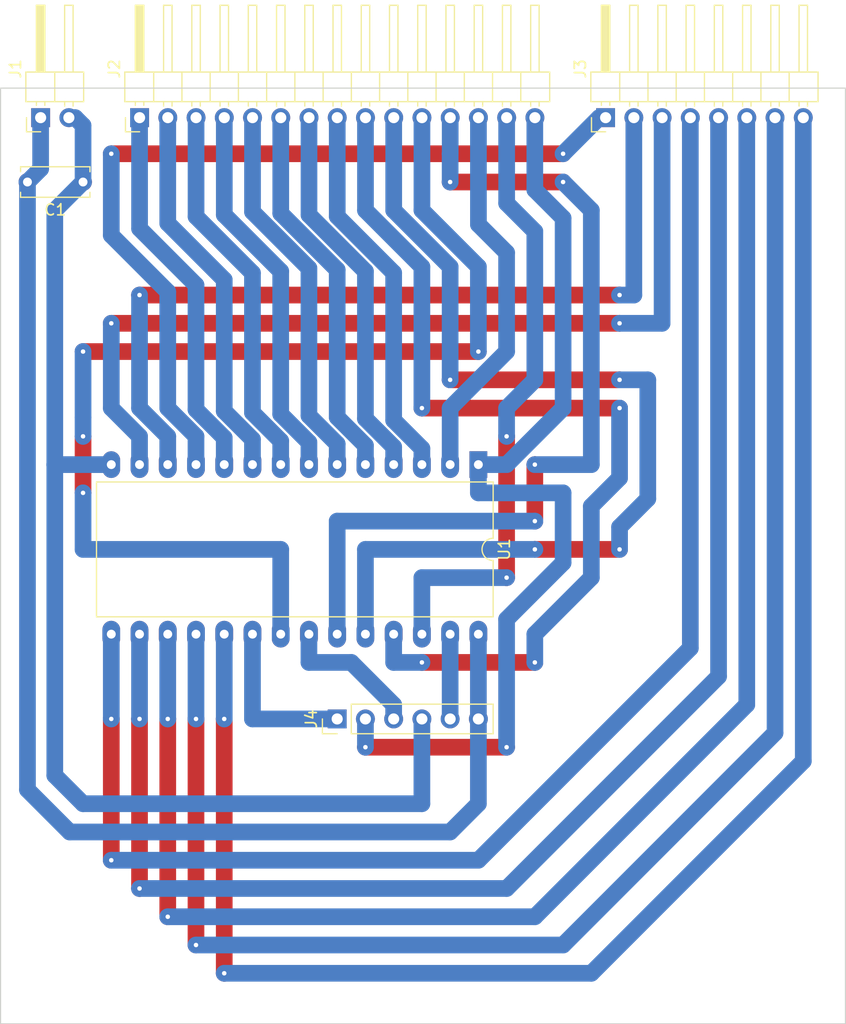
<source format=kicad_pcb>
(kicad_pcb (version 20211014) (generator pcbnew)
  (layers (0 "F.Cu" signal) (31 "B.Cu" signal) (34 "B.Paste" user) (35 "F.Paste" user) (36 "B.SilkS" user "B.Silkscreen") (37 "F.SilkS" user "F.Silkscreen") (38 "B.Mask" user) (39 "F.Mask" user) (44 "Edge.Cuts" user))
  (net 0 "")
  (net 1 "+5V")
  (net 2 "GND")
  (net 3 "/a0")
  (net 4 "/a1")
  (net 5 "/a2")
  (net 6 "/a3")
  (net 7 "/a4")
  (net 8 "/a5")
  (net 9 "/a6")
  (net 10 "/a7")
  (net 11 "/a8")
  (net 12 "/a9")
  (net 13 "/a10")
  (net 14 "/a11")
  (net 15 "/a12")
  (net 16 "/a13")
  (net 17 "/a14")
  (net 18 "/d0")
  (net 19 "/d1")
  (net 20 "/d2")
  (net 21 "/d3")
  (net 22 "/d4")
  (net 23 "/d5")
  (net 24 "/d6")
  (net 25 "/d7")
  (net 26 "Net-(J4-Pad1)")
  (net 27 "Net-(J4-Pad3)")
  (net 28 "Net-(J4-Pad5)")
  (footprint "Capacitor_THT:C_Disc_D6.0mm_W2.5mm_P5.00mm" (layer "F.Cu") (at 25.4 33.02 180)
    (fp_text reference "C1" (at 2.5 -2.5) (layer "F.SilkS"))
    (fp_text value "0.1uF")
    (fp_line (start 5.62 0.925) (end 5.62 1.37) (layer "F.SilkS") (width 0.12))
    (fp_line (start 5.62 -1.37) (end 5.62 -0.925) (layer "F.SilkS") (width 0.12))
    (fp_line (start -0.62 1.37) (end 5.62 1.37) (layer "F.SilkS") (width 0.12))
    (fp_line (start -0.62 -1.37) (end 5.62 -1.37) (layer "F.SilkS") (width 0.12))
    (fp_line (start -0.62 -1.37) (end -0.62 -0.925) (layer "F.SilkS") (width 0.12))
    (fp_line (start -0.62 0.925) (end -0.62 1.37) (layer "F.SilkS") (width 0.12))
    (pad "1" thru_hole circle locked (at 0 0 180) (size 1.6 1.6) (drill 0.8) (layers *.Cu *.Mask) (net 2 "GND"))
    (pad "2" thru_hole circle locked (at 5 0 180) (size 1.6 1.6) (drill 0.8) (layers *.Cu *.Mask) (net 1 "+5V"))
  )
  (footprint "Connector_PinHeader_2.54mm:PinHeader_1x15_P2.54mm_Horizontal" (layer "F.Cu") (at 30.485 27.235 90)
    (fp_text reference "J2" (at 4.385 -2.27 90) (layer "F.SilkS"))
    (fp_text value "Conn_01x15")
    (fp_line (start 10.1 17.4) (end 10.1 18.16) (layer "F.SilkS") (width 0.12))
    (fp_line (start 10.1 8) (end 4.1 8) (layer "F.SilkS") (width 0.12))
    (fp_line (start 1.042929 12.32) (end 1.44 12.32) (layer "F.SilkS") (width 0.12))
    (fp_line (start 10.1 12.32) (end 10.1 13.08) (layer "F.SilkS") (width 0.12))
    (fp_line (start 1.44 11.43) (end 4.1 11.43) (layer "F.SilkS") (width 0.12))
    (fp_line (start 10.1 -0.38) (end 10.1 0.38) (layer "F.SilkS") (width 0.12))
    (fp_line (start 4.1 -0.08) (end 10.1 -0.08) (layer "F.SilkS") (width 0.12))
    (fp_line (start 1.042929 19.94) (end 1.44 19.94) (layer "F.SilkS") (width 0.12))
    (fp_line (start 4.1 -0.38) (end 10.1 -0.38) (layer "F.SilkS") (width 0.12))
    (fp_line (start 1.042929 23.24) (end 1.44 23.24) (layer "F.SilkS") (width 0.12))
    (fp_line (start 1.44 36.89) (end 4.1 36.89) (layer "F.SilkS") (width 0.12))
    (fp_line (start 1.042929 30.1) (end 1.44 30.1) (layer "F.SilkS") (width 0.12))
    (fp_line (start 4.1 9.78) (end 10.1 9.78) (layer "F.SilkS") (width 0.12))
    (fp_line (start -1.27 -1.27) (end 0 -1.27) (layer "F.SilkS") (width 0.12))
    (fp_line (start 1.44 8.89) (end 4.1 8.89) (layer "F.SilkS") (width 0.12))
    (fp_line (start 10.1 23.24) (end 4.1 23.24) (layer "F.SilkS") (width 0.12))
    (fp_line (start 10.1 27.56) (end 10.1 28.32) (layer "F.SilkS") (width 0.12))
    (fp_line (start 1.44 -1.33) (end 1.44 36.89) (layer "F.SilkS") (width 0.12))
    (fp_line (start 1.042929 35.94) (end 1.44 35.94) (layer "F.SilkS") (width 0.12))
    (fp_line (start 10.1 13.08) (end 4.1 13.08) (layer "F.SilkS") (width 0.12))
    (fp_line (start 1.042929 15.62) (end 1.44 15.62) (layer "F.SilkS") (width 0.12))
    (fp_line (start 10.1 20.7) (end 4.1 20.7) (layer "F.SilkS") (width 0.12))
    (fp_line (start 1.44 26.67) (end 4.1 26.67) (layer "F.SilkS") (width 0.12))
    (fp_line (start 1.44 3.81) (end 4.1 3.81) (layer "F.SilkS") (width 0.12))
    (fp_line (start 1.44 34.29) (end 4.1 34.29) (layer "F.SilkS") (width 0.12))
    (fp_line (start 10.1 10.54) (end 4.1 10.54) (layer "F.SilkS") (width 0.12))
    (fp_line (start 4.1 19.94) (end 10.1 19.94) (layer "F.SilkS") (width 0.12))
    (fp_line (start 10.1 30.86) (end 4.1 30.86) (layer "F.SilkS") (width 0.12))
    (fp_line (start 10.1 18.16) (end 4.1 18.16) (layer "F.SilkS") (width 0.12))
    (fp_line (start 1.042929 18.16) (end 1.44 18.16) (layer "F.SilkS") (width 0.12))
    (fp_line (start 4.1 0.16) (end 10.1 0.16) (layer "F.SilkS") (width 0.12))
    (fp_line (start 4.1 0.28) (end 10.1 0.28) (layer "F.SilkS") (width 0.12))
    (fp_line (start 4.1 12.32) (end 10.1 12.32) (layer "F.SilkS") (width 0.12))
    (fp_line (start 1.042929 32.64) (end 1.44 32.64) (layer "F.SilkS") (width 0.12))
    (fp_line (start 1.042929 25.78) (end 1.44 25.78) (layer "F.SilkS") (width 0.12))
    (fp_line (start 1.44 31.75) (end 4.1 31.75) (layer "F.SilkS") (width 0.12))
    (fp_line (start 10.1 15.62) (end 4.1 15.62) (layer "F.SilkS") (width 0.12))
    (fp_line (start 1.042929 28.32) (end 1.44 28.32) (layer "F.SilkS") (width 0.12))
    (fp_line (start 1.44 19.05) (end 4.1 19.05) (layer "F.SilkS") (width 0.12))
    (fp_line (start 4.1 32.64) (end 10.1 32.64) (layer "F.SilkS") (width 0.12))
    (fp_line (start 1.042929 8) (end 1.44 8) (layer "F.SilkS") (width 0.12))
    (fp_line (start 4.1 4.7) (end 10.1 4.7) (layer "F.SilkS") (width 0.12))
    (fp_line (start 4.1 27.56) (end 10.1 27.56) (layer "F.SilkS") (width 0.12))
    (fp_line (start 1.042929 2.92) (end 1.44 2.92) (layer "F.SilkS") (width 0.12))
    (fp_line (start 10.1 0.38) (end 4.1 0.38) (layer "F.SilkS") (width 0.12))
    (fp_line (start 1.042929 2.16) (end 1.44 2.16) (layer "F.SilkS") (width 0.12))
    (fp_line (start 4.1 35.18) (end 10.1 35.18) (layer "F.SilkS") (width 0.12))
    (fp_line (start 10.1 33.4) (end 4.1 33.4) (layer "F.SilkS") (width 0.12))
    (fp_line (start 1.042929 30.86) (end 1.44 30.86) (layer "F.SilkS") (width 0.12))
    (fp_line (start 4.1 -1.33) (end 1.44 -1.33) (layer "F.SilkS") (width 0.12))
    (fp_line (start 10.1 32.64) (end 10.1 33.4) (layer "F.SilkS") (width 0.12))
    (fp_line (start 10.1 30.1) (end 10.1 30.86) (layer "F.SilkS") (width 0.12))
    (fp_line (start 1.44 1.27) (end 4.1 1.27) (layer "F.SilkS") (width 0.12))
    (fp_line (start 1.042929 9.78) (end 1.44 9.78) (layer "F.SilkS") (width 0.12))
    (fp_line (start 4.1 14.86) (end 10.1 14.86) (layer "F.SilkS") (width 0.12))
    (fp_line (start 1.44 24.13) (end 4.1 24.13) (layer "F.SilkS") (width 0.12))
    (fp_line (start 10.1 35.18) (end 10.1 35.94) (layer "F.SilkS") (width 0.12))
    (fp_line (start 4.1 2.16) (end 10.1 2.16) (layer "F.SilkS") (width 0.12))
    (fp_line (start 1.042929 14.86) (end 1.44 14.86) (layer "F.SilkS") (width 0.12))
    (fp_line (start 10.1 25.78) (end 4.1 25.78) (layer "F.SilkS") (width 0.12))
    (fp_line (start 1.042929 17.4) (end 1.44 17.4) (layer "F.SilkS") (width 0.12))
    (fp_line (start 1.44 29.21) (end 4.1 29.21) (layer "F.SilkS") (width 0.12))
    (fp_line (start 4.1 -0.32) (end 10.1 -0.32) (layer "F.SilkS") (width 0.12))
    (fp_line (start 1.11 0.38) (end 1.44 0.38) (layer "F.SilkS") (width 0.12))
    (fp_line (start 10.1 2.16) (end 10.1 2.92) (layer "F.SilkS") (width 0.12))
    (fp_line (start 4.1 7.24) (end 10.1 7.24) (layer "F.SilkS") (width 0.12))
    (fp_line (start 4.1 30.1) (end 10.1 30.1) (layer "F.SilkS") (width 0.12))
    (fp_line (start 10.1 28.32) (end 4.1 28.32) (layer "F.SilkS") (width 0.12))
    (fp_line (start 4.1 17.4) (end 10.1 17.4) (layer "F.SilkS") (width 0.12))
    (fp_line (start 10.1 22.48) (end 10.1 23.24) (layer "F.SilkS") (width 0.12))
    (fp_line (start 4.1 -0.2) (end 10.1 -0.2) (layer "F.SilkS") (width 0.12))
    (fp_line (start 10.1 2.92) (end 4.1 2.92) (layer "F.SilkS") (width 0.12))
    (fp_line (start 10.1 4.7) (end 10.1 5.46) (layer "F.SilkS") (width 0.12))
    (fp_line (start 1.042929 4.7) (end 1.44 4.7) (layer "F.SilkS") (width 0.12))
    (fp_line (start 1.042929 10.54) (end 1.44 10.54) (layer "F.SilkS") (width 0.12))
    (fp_line (start 1.44 13.97) (end 4.1 13.97) (layer "F.SilkS") (width 0.12))
    (fp_line (start 1.11 -0.38) (end 1.44 -0.38) (layer "F.SilkS") (width 0.12))
    (fp_line (start 1.042929 27.56) (end 1.44 27.56) (layer "F.SilkS") (width 0.12))
    (fp_line (start 1.042929 33.4) (end 1.44 33.4) (layer "F.SilkS") (width 0.12))
    (fp_line (start 1.042929 13.08) (end 1.44 13.08) (layer "F.SilkS") (width 0.12))
    (fp_line (start 10.1 9.78) (end 10.1 10.54) (layer "F.SilkS") (width 0.12))
    (fp_line (start 4.1 22.48) (end 10.1 22.48) (layer "F.SilkS") (width 0.12))
    (fp_line (start 1.042929 35.18) (end 1.44 35.18) (layer "F.SilkS") (width 0.12))
    (fp_line (start 1.44 21.59) (end 4.1 21.59) (layer "F.SilkS") (width 0.12))
    (fp_line (start 10.1 7.24) (end 10.1 8) (layer "F.SilkS") (width 0.12))
    (fp_line (start 10.1 5.46) (end 4.1 5.46) (layer "F.SilkS") (width 0.12))
    (fp_line (start 1.042929 25.02) (end 1.44 25.02) (layer "F.SilkS") (width 0.12))
    (fp_line (start 10.1 14.86) (end 10.1 15.62) (layer "F.SilkS") (width 0.12))
    (fp_line (start 1.44 6.35) (end 4.1 6.35) (layer "F.SilkS") (width 0.12))
    (fp_line (start 1.042929 20.7) (end 1.44 20.7) (layer "F.SilkS") (width 0.12))
    (fp_line (start -1.27 0) (end -1.27 -1.27) (layer "F.SilkS") (width 0.12))
    (fp_line (start 4.1 36.89) (end 4.1 -1.33) (layer "F.SilkS") (width 0.12))
    (fp_line (start 10.1 35.94) (end 4.1 35.94) (layer "F.SilkS") (width 0.12))
    (fp_line (start 1.042929 22.48) (end 1.44 22.48) (layer "F.SilkS") (width 0.12))
    (fp_line (start 10.1 19.94) (end 10.1 20.7) (layer "F.SilkS") (width 0.12))
    (fp_line (start 10.1 25.02) (end 10.1 25.78) (layer "F.SilkS") (width 0.12))
    (fp_line (start 1.042929 5.46) (end 1.44 5.46) (layer "F.SilkS") (width 0.12))
    (fp_line (start 4.1 25.02) (end 10.1 25.02) (layer "F.SilkS") (width 0.12))
    (fp_line (start 1.042929 7.24) (end 1.44 7.24) (layer "F.SilkS") (width 0.12))
    (fp_line (start 1.44 16.51) (end 4.1 16.51) (layer "F.SilkS") (width 0.12))
    (fp_line (start 4.1 0.04) (end 10.1 0.04) (layer "F.SilkS") (width 0.12))
    (pad "1" thru_hole rect locked (at 0 0 90) (size 1.7 1.7) (drill 1) (layers *.Cu *.Mask) (net 3 "/a0"))
    (pad "2" thru_hole oval locked (at 0 2.54 90) (size 1.7 1.7) (drill 1) (layers *.Cu *.Mask) (net 4 "/a1"))
    (pad "3" thru_hole oval locked (at 0 5.08 90) (size 1.7 1.7) (drill 1) (layers *.Cu *.Mask) (net 5 "/a2"))
    (pad "4" thru_hole oval locked (at 0 7.62 90) (size 1.7 1.7) (drill 1) (layers *.Cu *.Mask) (net 6 "/a3"))
    (pad "5" thru_hole oval locked (at 0 10.16 90) (size 1.7 1.7) (drill 1) (layers *.Cu *.Mask) (net 7 "/a4"))
    (pad "6" thru_hole oval locked (at 0 12.7 90) (size 1.7 1.7) (drill 1) (layers *.Cu *.Mask) (net 8 "/a5"))
    (pad "7" thru_hole oval locked (at 0 15.24 90) (size 1.7 1.7) (drill 1) (layers *.Cu *.Mask) (net 9 "/a6"))
    (pad "8" thru_hole oval locked (at 0 17.78 90) (size 1.7 1.7) (drill 1) (layers *.Cu *.Mask) (net 10 "/a7"))
    (pad "9" thru_hole oval locked (at 0 20.32 90) (size 1.7 1.7) (drill 1) (layers *.Cu *.Mask) (net 11 "/a8"))
    (pad "10" thru_hole oval locked (at 0 22.86 90) (size 1.7 1.7) (drill 1) (layers *.Cu *.Mask) (net 12 "/a9"))
    (pad "11" thru_hole oval locked (at 0 25.4 90) (size 1.7 1.7) (drill 1) (layers *.Cu *.Mask) (net 13 "/a10"))
    (pad "12" thru_hole oval locked (at 0 27.94 90) (size 1.7 1.7) (drill 1) (layers *.Cu *.Mask) (net 14 "/a11"))
    (pad "13" thru_hole oval locked (at 0 30.48 90) (size 1.7 1.7) (drill 1) (layers *.Cu *.Mask) (net 15 "/a12"))
    (pad "14" thru_hole oval locked (at 0 33.02 90) (size 1.7 1.7) (drill 1) (layers *.Cu *.Mask) (net 16 "/a13"))
    (pad "15" thru_hole oval locked (at 0 35.56 90) (size 1.7 1.7) (drill 1) (layers *.Cu *.Mask) (net 17 "/a14"))
  )
  (footprint "Connector_PinHeader_2.54mm:PinHeader_1x02_P2.54mm_Horizontal" (layer "F.Cu") (at 21.585 27.235 90)
    (fp_text reference "J1" (at 4.385 -2.27 90) (layer "F.SilkS"))
    (fp_text value "Conn_01x02")
    (fp_line (start 4.1 -0.08) (end 10.1 -0.08) (layer "F.SilkS") (width 0.12))
    (fp_line (start 1.44 1.27) (end 4.1 1.27) (layer "F.SilkS") (width 0.12))
    (fp_line (start 4.1 -0.38) (end 10.1 -0.38) (layer "F.SilkS") (width 0.12))
    (fp_line (start 1.042929 2.16) (end 1.44 2.16) (layer "F.SilkS") (width 0.12))
    (fp_line (start -1.27 0) (end -1.27 -1.27) (layer "F.SilkS") (width 0.12))
    (fp_line (start -1.27 -1.27) (end 0 -1.27) (layer "F.SilkS") (width 0.12))
    (fp_line (start 4.1 0.16) (end 10.1 0.16) (layer "F.SilkS") (width 0.12))
    (fp_line (start 4.1 -0.2) (end 10.1 -0.2) (layer "F.SilkS") (width 0.12))
    (fp_line (start 1.44 3.87) (end 4.1 3.87) (layer "F.SilkS") (width 0.12))
    (fp_line (start 4.1 -1.33) (end 1.44 -1.33) (layer "F.SilkS") (width 0.12))
    (fp_line (start 1.11 0.38) (end 1.44 0.38) (layer "F.SilkS") (width 0.12))
    (fp_line (start 4.1 -0.32) (end 10.1 -0.32) (layer "F.SilkS") (width 0.12))
    (fp_line (start 10.1 2.16) (end 10.1 2.92) (layer "F.SilkS") (width 0.12))
    (fp_line (start 4.1 0.04) (end 10.1 0.04) (layer "F.SilkS") (width 0.12))
    (fp_line (start 4.1 2.16) (end 10.1 2.16) (layer "F.SilkS") (width 0.12))
    (fp_line (start 10.1 -0.38) (end 10.1 0.38) (layer "F.SilkS") (width 0.12))
    (fp_line (start 1.042929 2.92) (end 1.44 2.92) (layer "F.SilkS") (width 0.12))
    (fp_line (start 10.1 2.92) (end 4.1 2.92) (layer "F.SilkS") (width 0.12))
    (fp_line (start 4.1 0.28) (end 10.1 0.28) (layer "F.SilkS") (width 0.12))
    (fp_line (start 10.1 0.38) (end 4.1 0.38) (layer "F.SilkS") (width 0.12))
    (fp_line (start 1.44 -1.33) (end 1.44 3.87) (layer "F.SilkS") (width 0.12))
    (fp_line (start 4.1 3.87) (end 4.1 -1.33) (layer "F.SilkS") (width 0.12))
    (fp_line (start 1.11 -0.38) (end 1.44 -0.38) (layer "F.SilkS") (width 0.12))
    (pad "1" thru_hole rect locked (at 0 0 90) (size 1.7 1.7) (drill 1) (layers *.Cu *.Mask) (net 1 "+5V"))
    (pad "2" thru_hole oval locked (at 0 2.54 90) (size 1.7 1.7) (drill 1) (layers *.Cu *.Mask) (net 2 "GND"))
  )
  (footprint "Package_DIP:DIP-28_W15.24mm_LongPads" (layer "F.Cu") (at 60.96 58.42 -90)
    (fp_text reference "U1" (at 7.62 -2.33 90) (layer "F.SilkS"))
    (fp_text value "28C256")
    (fp_line (start 6.62 -1.33) (end 1.56 -1.33) (layer "F.SilkS") (width 0.12))
    (fp_line (start 1.56 -1.33) (end 1.56 34.35) (layer "F.SilkS") (width 0.12))
    (fp_line (start 13.68 -1.33) (end 8.62 -1.33) (layer "F.SilkS") (width 0.12))
    (fp_line (start 13.68 34.35) (end 13.68 -1.33) (layer "F.SilkS") (width 0.12))
    (fp_line (start 1.56 34.35) (end 13.68 34.35) (layer "F.SilkS") (width 0.12))
    (fp_arc (start 8.62 -1.33) (mid 7.62 -0.33) (end 6.62 -1.33) (layer "F.SilkS") (width 0.12))
    (pad "1" thru_hole rect locked (at 0 0 270) (size 2.4 1.6) (drill 0.8) (layers *.Cu *.Mask) (net 17 "/a14"))
    (pad "2" thru_hole oval locked (at 0 2.54 270) (size 2.4 1.6) (drill 0.8) (layers *.Cu *.Mask) (net 15 "/a12"))
    (pad "3" thru_hole oval locked (at 0 5.08 270) (size 2.4 1.6) (drill 0.8) (layers *.Cu *.Mask) (net 10 "/a7"))
    (pad "4" thru_hole oval locked (at 0 7.62 270) (size 2.4 1.6) (drill 0.8) (layers *.Cu *.Mask) (net 9 "/a6"))
    (pad "5" thru_hole oval locked (at 0 10.16 270) (size 2.4 1.6) (drill 0.8) (layers *.Cu *.Mask) (net 8 "/a5"))
    (pad "6" thru_hole oval locked (at 0 12.7 270) (size 2.4 1.6) (drill 0.8) (layers *.Cu *.Mask) (net 7 "/a4"))
    (pad "7" thru_hole oval locked (at 0 15.24 270) (size 2.4 1.6) (drill 0.8) (layers *.Cu *.Mask) (net 6 "/a3"))
    (pad "8" thru_hole oval locked (at 0 17.78 270) (size 2.4 1.6) (drill 0.8) (layers *.Cu *.Mask) (net 5 "/a2"))
    (pad "9" thru_hole oval locked (at 0 20.32 270) (size 2.4 1.6) (drill 0.8) (layers *.Cu *.Mask) (net 4 "/a1"))
    (pad "10" thru_hole oval locked (at 0 22.86 270) (size 2.4 1.6) (drill 0.8) (layers *.Cu *.Mask) (net 3 "/a0"))
    (pad "11" thru_hole oval locked (at 0 25.4 270) (size 2.4 1.6) (drill 0.8) (layers *.Cu *.Mask) (net 18 "/d0"))
    (pad "12" thru_hole oval locked (at 0 27.94 270) (size 2.4 1.6) (drill 0.8) (layers *.Cu *.Mask) (net 19 "/d1"))
    (pad "13" thru_hole oval locked (at 0 30.48 270) (size 2.4 1.6) (drill 0.8) (layers *.Cu *.Mask) (net 20 "/d2"))
    (pad "14" thru_hole oval locked (at 0 33.02 270) (size 2.4 1.6) (drill 0.8) (layers *.Cu *.Mask) (net 2 "GND"))
    (pad "15" thru_hole oval locked (at 15.24 33.02 270) (size 2.4 1.6) (drill 0.8) (layers *.Cu *.Mask) (net 21 "/d3"))
    (pad "16" thru_hole oval locked (at 15.24 30.48 270) (size 2.4 1.6) (drill 0.8) (layers *.Cu *.Mask) (net 22 "/d4"))
    (pad "17" thru_hole oval locked (at 15.24 27.94 270) (size 2.4 1.6) (drill 0.8) (layers *.Cu *.Mask) (net 23 "/d5"))
    (pad "18" thru_hole oval locked (at 15.24 25.4 270) (size 2.4 1.6) (drill 0.8) (layers *.Cu *.Mask) (net 24 "/d6"))
    (pad "19" thru_hole oval locked (at 15.24 22.86 270) (size 2.4 1.6) (drill 0.8) (layers *.Cu *.Mask) (net 25 "/d7"))
    (pad "20" thru_hole oval locked (at 15.24 20.32 270) (size 2.4 1.6) (drill 0.8) (layers *.Cu *.Mask) (net 26 "Net-(J4-Pad1)"))
    (pad "21" thru_hole oval locked (at 15.24 17.78 270) (size 2.4 1.6) (drill 0.8) (layers *.Cu *.Mask) (net 13 "/a10"))
    (pad "22" thru_hole oval locked (at 15.24 15.24 270) (size 2.4 1.6) (drill 0.8) (layers *.Cu *.Mask) (net 27 "Net-(J4-Pad3)"))
    (pad "23" thru_hole oval locked (at 15.24 12.7 270) (size 2.4 1.6) (drill 0.8) (layers *.Cu *.Mask) (net 14 "/a11"))
    (pad "24" thru_hole oval locked (at 15.24 10.16 270) (size 2.4 1.6) (drill 0.8) (layers *.Cu *.Mask) (net 12 "/a9"))
    (pad "25" thru_hole oval locked (at 15.24 7.62 270) (size 2.4 1.6) (drill 0.8) (layers *.Cu *.Mask) (net 11 "/a8"))
    (pad "26" thru_hole oval locked (at 15.24 5.08 270) (size 2.4 1.6) (drill 0.8) (layers *.Cu *.Mask) (net 16 "/a13"))
    (pad "27" thru_hole oval locked (at 15.24 2.54 270) (size 2.4 1.6) (drill 0.8) (layers *.Cu *.Mask) (net 28 "Net-(J4-Pad5)"))
    (pad "28" thru_hole oval locked (at 15.24 0 270) (size 2.4 1.6) (drill 0.8) (layers *.Cu *.Mask) (net 1 "+5V"))
  )
  (footprint "Connector_PinHeader_2.54mm:PinHeader_1x08_P2.54mm_Horizontal" (layer "F.Cu") (at 72.405 27.235 90)
    (fp_text reference "J3" (at 4.385 -2.27 90) (layer "F.SilkS"))
    (fp_text value "Conn_01x08")
    (fp_line (start 10.1 18.16) (end 4.1 18.16) (layer "F.SilkS") (width 0.12))
    (fp_line (start 1.44 13.97) (end 4.1 13.97) (layer "F.SilkS") (width 0.12))
    (fp_line (start 10.1 12.32) (end 10.1 13.08) (layer "F.SilkS") (width 0.12))
    (fp_line (start 1.042929 17.4) (end 1.44 17.4) (layer "F.SilkS") (width 0.12))
    (fp_line (start 1.042929 2.92) (end 1.44 2.92) (layer "F.SilkS") (width 0.12))
    (fp_line (start 10.1 2.92) (end 4.1 2.92) (layer "F.SilkS") (width 0.12))
    (fp_line (start 4.1 17.4) (end 10.1 17.4) (layer "F.SilkS") (width 0.12))
    (fp_line (start 4.1 9.78) (end 10.1 9.78) (layer "F.SilkS") (width 0.12))
    (fp_line (start 1.44 19.11) (end 4.1 19.11) (layer "F.SilkS") (width 0.12))
    (fp_line (start 4.1 0.04) (end 10.1 0.04) (layer "F.SilkS") (width 0.12))
    (fp_line (start 10.1 4.7) (end 10.1 5.46) (layer "F.SilkS") (width 0.12))
    (fp_line (start 1.042929 5.46) (end 1.44 5.46) (layer "F.SilkS") (width 0.12))
    (fp_line (start 4.1 12.32) (end 10.1 12.32) (layer "F.SilkS") (width 0.12))
    (fp_line (start 10.1 13.08) (end 4.1 13.08) (layer "F.SilkS") (width 0.12))
    (fp_line (start 10.1 -0.38) (end 10.1 0.38) (layer "F.SilkS") (width 0.12))
    (fp_line (start 10.1 10.54) (end 4.1 10.54) (layer "F.SilkS") (width 0.12))
    (fp_line (start 10.1 0.38) (end 4.1 0.38) (layer "F.SilkS") (width 0.12))
    (fp_line (start -1.27 0) (end -1.27 -1.27) (layer "F.SilkS") (width 0.12))
    (fp_line (start 10.1 5.46) (end 4.1 5.46) (layer "F.SilkS") (width 0.12))
    (fp_line (start 10.1 15.62) (end 4.1 15.62) (layer "F.SilkS") (width 0.12))
    (fp_line (start 4.1 -0.2) (end 10.1 -0.2) (layer "F.SilkS") (width 0.12))
    (fp_line (start 10.1 8) (end 4.1 8) (layer "F.SilkS") (width 0.12))
    (fp_line (start 1.042929 9.78) (end 1.44 9.78) (layer "F.SilkS") (width 0.12))
    (fp_line (start 1.44 8.89) (end 4.1 8.89) (layer "F.SilkS") (width 0.12))
    (fp_line (start 1.042929 13.08) (end 1.44 13.08) (layer "F.SilkS") (width 0.12))
    (fp_line (start 10.1 14.86) (end 10.1 15.62) (layer "F.SilkS") (width 0.12))
    (fp_line (start 4.1 4.7) (end 10.1 4.7) (layer "F.SilkS") (width 0.12))
    (fp_line (start 4.1 0.16) (end 10.1 0.16) (layer "F.SilkS") (width 0.12))
    (fp_line (start 1.042929 8) (end 1.44 8) (layer "F.SilkS") (width 0.12))
    (fp_line (start 1.44 11.43) (end 4.1 11.43) (layer "F.SilkS") (width 0.12))
    (fp_line (start 1.44 -1.33) (end 1.44 19.11) (layer "F.SilkS") (width 0.12))
    (fp_line (start 4.1 -1.33) (end 1.44 -1.33) (layer "F.SilkS") (width 0.12))
    (fp_line (start 1.44 3.81) (end 4.1 3.81) (layer "F.SilkS") (width 0.12))
    (fp_line (start 4.1 -0.38) (end 10.1 -0.38) (layer "F.SilkS") (width 0.12))
    (fp_line (start 4.1 -0.32) (end 10.1 -0.32) (layer "F.SilkS") (width 0.12))
    (fp_line (start 1.44 6.35) (end 4.1 6.35) (layer "F.SilkS") (width 0.12))
    (fp_line (start 4.1 19.11) (end 4.1 -1.33) (layer "F.SilkS") (width 0.12))
    (fp_line (start 1.042929 4.7) (end 1.44 4.7) (layer "F.SilkS") (width 0.12))
    (fp_line (start 1.042929 2.16) (end 1.44 2.16) (layer "F.SilkS") (width 0.12))
    (fp_line (start 10.1 9.78) (end 10.1 10.54) (layer "F.SilkS") (width 0.12))
    (fp_line (start 1.042929 14.86) (end 1.44 14.86) (layer "F.SilkS") (width 0.12))
    (fp_line (start 10.1 7.24) (end 10.1 8) (layer "F.SilkS") (width 0.12))
    (fp_line (start 1.042929 12.32) (end 1.44 12.32) (layer "F.SilkS") (width 0.12))
    (fp_line (start 1.11 0.38) (end 1.44 0.38) (layer "F.SilkS") (width 0.12))
    (fp_line (start 10.1 17.4) (end 10.1 18.16) (layer "F.SilkS") (width 0.12))
    (fp_line (start 4.1 2.16) (end 10.1 2.16) (layer "F.SilkS") (width 0.12))
    (fp_line (start 4.1 0.28) (end 10.1 0.28) (layer "F.SilkS") (width 0.12))
    (fp_line (start 4.1 7.24) (end 10.1 7.24) (layer "F.SilkS") (width 0.12))
    (fp_line (start 1.042929 18.16) (end 1.44 18.16) (layer "F.SilkS") (width 0.12))
    (fp_line (start 1.042929 7.24) (end 1.44 7.24) (layer "F.SilkS") (width 0.12))
    (fp_line (start 4.1 -0.08) (end 10.1 -0.08) (layer "F.SilkS") (width 0.12))
    (fp_line (start 1.042929 10.54) (end 1.44 10.54) (layer "F.SilkS") (width 0.12))
    (fp_line (start -1.27 -1.27) (end 0 -1.27) (layer "F.SilkS") (width 0.12))
    (fp_line (start 1.11 -0.38) (end 1.44 -0.38) (layer "F.SilkS") (width 0.12))
    (fp_line (start 4.1 14.86) (end 10.1 14.86) (layer "F.SilkS") (width 0.12))
    (fp_line (start 1.44 16.51) (end 4.1 16.51) (layer "F.SilkS") (width 0.12))
    (fp_line (start 1.042929 15.62) (end 1.44 15.62) (layer "F.SilkS") (width 0.12))
    (fp_line (start 10.1 2.16) (end 10.1 2.92) (layer "F.SilkS") (width 0.12))
    (fp_line (start 1.44 1.27) (end 4.1 1.27) (layer "F.SilkS") (width 0.12))
    (pad "1" thru_hole rect locked (at 0 0 90) (size 1.7 1.7) (drill 1) (layers *.Cu *.Mask) (net 18 "/d0"))
    (pad "2" thru_hole oval locked (at 0 2.54 90) (size 1.7 1.7) (drill 1) (layers *.Cu *.Mask) (net 19 "/d1"))
    (pad "3" thru_hole oval locked (at 0 5.08 90) (size 1.7 1.7) (drill 1) (layers *.Cu *.Mask) (net 20 "/d2"))
    (pad "4" thru_hole oval locked (at 0 7.62 90) (size 1.7 1.7) (drill 1) (layers *.Cu *.Mask) (net 21 "/d3"))
    (pad "5" thru_hole oval locked (at 0 10.16 90) (size 1.7 1.7) (drill 1) (layers *.Cu *.Mask) (net 22 "/d4"))
    (pad "6" thru_hole oval locked (at 0 12.7 90) (size 1.7 1.7) (drill 1) (layers *.Cu *.Mask) (net 23 "/d5"))
    (pad "7" thru_hole oval locked (at 0 15.24 90) (size 1.7 1.7) (drill 1) (layers *.Cu *.Mask) (net 24 "/d6"))
    (pad "8" thru_hole oval locked (at 0 17.78 90) (size 1.7 1.7) (drill 1) (layers *.Cu *.Mask) (net 25 "/d7"))
  )
  (footprint "Connector_PinHeader_2.54mm:PinHeader_1x06_P2.54mm_Vertical" (layer "F.Cu") (at 48.26 81.28 90)
    (fp_text reference "J4" (at 0 -2.33 90) (layer "F.SilkS"))
    (fp_text value "Conn_01x06")
    (fp_line (start -1.33 -1.33) (end 0 -1.33) (layer "F.SilkS") (width 0.12))
    (fp_line (start -1.33 1.27) (end -1.33 14.03) (layer "F.SilkS") (width 0.12))
    (fp_line (start 1.33 1.27) (end 1.33 14.03) (layer "F.SilkS") (width 0.12))
    (fp_line (start -1.33 0) (end -1.33 -1.33) (layer "F.SilkS") (width 0.12))
    (fp_line (start -1.33 1.27) (end 1.33 1.27) (layer "F.SilkS") (width 0.12))
    (fp_line (start -1.33 14.03) (end 1.33 14.03) (layer "F.SilkS") (width 0.12))
    (pad "1" thru_hole rect locked (at 0 0 90) (size 1.7 1.7) (drill 1) (layers *.Cu *.Mask) (net 26 "Net-(J4-Pad1)"))
    (pad "2" thru_hole oval locked (at 0 2.54 90) (size 1.7 1.7) (drill 1) (layers *.Cu *.Mask) (net 17 "/a14"))
    (pad "3" thru_hole oval locked (at 0 5.08 90) (size 1.7 1.7) (drill 1) (layers *.Cu *.Mask) (net 27 "Net-(J4-Pad3)"))
    (pad "4" thru_hole oval locked (at 0 7.62 90) (size 1.7 1.7) (drill 1) (layers *.Cu *.Mask) (net 2 "GND"))
    (pad "5" thru_hole oval locked (at 0 10.16 90) (size 1.7 1.7) (drill 1) (layers *.Cu *.Mask) (net 28 "Net-(J4-Pad5)"))
    (pad "6" thru_hole oval locked (at 0 12.7 90) (size 1.7 1.7) (drill 1) (layers *.Cu *.Mask) (net 1 "+5V"))
  )
  (gr_rect (start 17.98 24.58) (end 93.98 108.68) (layer "Edge.Cuts") (width 0.1) (fill none))
  (segment (start 60.96 81.28) (end 60.96 73.66) (width 1.5) (layer "B.Cu") (net 1))
  (segment (start 21.585 31.835) (end 20.4 33.02) (width 1.5) (layer "B.Cu") (net 1))
  (segment (start 60.96 83.82) (end 60.96 81.28) (width 1.5) (layer "B.Cu") (net 1))
  (segment (start 58.42 91.44) (end 24.198258 91.44) (width 1.5) (layer "B.Cu") (net 1))
  (segment (start 21.585 27.235) (end 21.585 31.835) (width 1.5) (layer "B.Cu") (net 1))
  (segment (start 60.96 88.9) (end 58.42 91.44) (width 1.5) (layer "B.Cu") (net 1))
  (segment (start 20.4 87.641742) (end 20.4 33.02) (width 1.5) (layer "B.Cu") (net 1))
  (segment (start 24.198258 91.44) (end 20.4 87.641742) (width 1.5) (layer "B.Cu") (net 1))
  (segment (start 60.96 88.9) (end 60.96 83.82) (width 1.5) (layer "B.Cu") (net 1))
  (segment (start 24.125 27.235) (end 24.695 27.235) (width 1.5) (layer "B.Cu") (net 2))
  (segment (start 27.94 58.42) (end 22.86 58.42) (width 1.5) (layer "B.Cu") (net 2))
  (segment (start 24.695 27.235) (end 25.4 27.94) (width 1.5) (layer "B.Cu") (net 2))
  (segment (start 55.88 88.9) (end 55.88 81.28) (width 1.5) (layer "B.Cu") (net 2))
  (segment (start 22.86 86.36) (end 25.4 88.9) (width 1.5) (layer "B.Cu") (net 2))
  (segment (start 22.86 58.42) (end 22.86 86.36) (width 1.5) (layer "B.Cu") (net 2))
  (segment (start 25.4 33.02) (end 22.86 35.56) (width 1.5) (layer "B.Cu") (net 2))
  (segment (start 25.4 27.94) (end 25.4 33.02) (width 1.5) (layer "B.Cu") (net 2))
  (segment (start 25.4 88.9) (end 55.88 88.9) (width 1.5) (layer "B.Cu") (net 2))
  (segment (start 22.86 35.56) (end 22.86 58.42) (width 1.5) (layer "B.Cu") (net 2))
  (segment (start 35.56 53.476516) (end 38.1 56.016516) (width 1.5) (layer "B.Cu") (net 3))
  (segment (start 30.485 37.206516) (end 35.56 42.281516) (width 1.5) (layer "B.Cu") (net 3))
  (segment (start 35.56 42.281516) (end 35.56 53.476516) (width 1.5) (layer "B.Cu") (net 3))
  (segment (start 38.1 56.016516) (end 38.1 58.42) (width 1.5) (layer "B.Cu") (net 3))
  (segment (start 30.485 27.235) (end 30.485 37.206516) (width 1.5) (layer "B.Cu") (net 3))
  (segment (start 38.1 53.613032) (end 40.64 56.153032) (width 1.5) (layer "B.Cu") (net 4))
  (segment (start 38.1 41.805177) (end 38.1 53.613032) (width 1.5) (layer "B.Cu") (net 4))
  (segment (start 33.025 27.235) (end 33.02 27.24) (width 1.5) (layer "B.Cu") (net 4))
  (segment (start 33.02 27.24) (end 33.02 36.725177) (width 1.5) (layer "B.Cu") (net 4))
  (segment (start 33.02 36.725177) (end 38.1 41.805177) (width 1.5) (layer "B.Cu") (net 4))
  (segment (start 40.64 56.153032) (end 40.64 58.42) (width 1.5) (layer "B.Cu") (net 4))
  (segment (start 43.18 56.289548) (end 40.64 53.749548) (width 1.5) (layer "B.Cu") (net 5))
  (segment (start 40.64 41.200483) (end 35.565 36.125483) (width 1.5) (layer "B.Cu") (net 5))
  (segment (start 43.18 58.42) (end 43.18 56.289548) (width 1.5) (layer "B.Cu") (net 5))
  (segment (start 35.565 36.125483) (end 35.565 27.235) (width 1.5) (layer "B.Cu") (net 5))
  (segment (start 40.64 53.749548) (end 40.64 41.200483) (width 1.5) (layer "B.Cu") (net 5))
  (segment (start 43.18 41.04503) (end 38.105 35.97003) (width 1.5) (layer "B.Cu") (net 6))
  (segment (start 45.72 58.42) (end 45.72 56.426064) (width 1.5) (layer "B.Cu") (net 6))
  (segment (start 45.72 56.426064) (end 43.18 53.886064) (width 1.5) (layer "B.Cu") (net 6))
  (segment (start 38.105 35.97003) (end 38.105 27.235) (width 1.5) (layer "B.Cu") (net 6))
  (segment (start 43.18 53.886064) (end 43.18 41.04503) (width 1.5) (layer "B.Cu") (net 6))
  (segment (start 45.72 54.02258) (end 45.72 40.776516) (width 1.5) (layer "B.Cu") (net 7))
  (segment (start 40.645 27.235) (end 40.645 35.701516) (width 1.5) (layer "B.Cu") (net 7))
  (segment (start 45.72 40.776516) (end 40.645 35.701516) (width 1.5) (layer "B.Cu") (net 7))
  (segment (start 48.26 58.42) (end 48.26 56.56258) (width 1.5) (layer "B.Cu") (net 7))
  (segment (start 48.26 56.56258) (end 45.72 54.02258) (width 1.5) (layer "B.Cu") (net 7))
  (segment (start 50.8 56.699096) (end 50.8 58.42) (width 1.5) (layer "B.Cu") (net 8))
  (segment (start 43.185 27.235) (end 43.185 35.838032) (width 1.5) (layer "B.Cu") (net 8))
  (segment (start 48.26 40.913032) (end 48.26 54.159096) (width 1.5) (layer "B.Cu") (net 8))
  (segment (start 43.185 35.838032) (end 48.26 40.913032) (width 1.5) (layer "B.Cu") (net 8))
  (segment (start 48.26 54.159096) (end 50.8 56.699096) (width 1.5) (layer "B.Cu") (net 8))
  (segment (start 45.725 35.974548) (end 45.725 27.235) (width 1.5) (layer "B.Cu") (net 9))
  (segment (start 53.34 58.42) (end 53.34 56.835612) (width 1.5) (layer "B.Cu") (net 9))
  (segment (start 53.34 56.835612) (end 50.8 54.295612) (width 1.5) (layer "B.Cu") (net 9))
  (segment (start 50.8 41.049548) (end 45.725 35.974548) (width 1.5) (layer "B.Cu") (net 9))
  (segment (start 50.8 54.295612) (end 50.8 41.049548) (width 1.5) (layer "B.Cu") (net 9))
  (segment (start 53.34 54.432128) (end 55.88 56.972128) (width 1.5) (layer "B.Cu") (net 10))
  (segment (start 48.265 27.235) (end 48.265 36.111064) (width 1.5) (layer "B.Cu") (net 10))
  (segment (start 55.88 56.972128) (end 55.88 58.42) (width 1.5) (layer "B.Cu") (net 10))
  (segment (start 53.34 41.186064) (end 53.34 54.432128) (width 1.5) (layer "B.Cu") (net 10))
  (segment (start 48.265 36.111064) (end 53.34 41.186064) (width 1.5) (layer "B.Cu") (net 10))
  (segment (start 55.88 53.34) (end 73.66 53.34) (width 1.5) (layer "F.Cu") (net 11))
  (segment (start 66.04 76.2) (end 55.88 76.2) (width 1.5) (layer "F.Cu") (net 11))
  (via (at 73.66 53.34) (size 1.5) (drill 0.4) (layers "F.Cu" "B.Cu") (net 11))
  (via (at 66.04 76.2) (size 1.5) (drill 0.4) (layers "F.Cu" "B.Cu") (net 11))
  (via (at 55.88 53.34) (size 1.5) (drill 0.4) (layers "F.Cu" "B.Cu") (net 11))
  (via (at 55.88 76.2) (size 1.5) (drill 0.4) (layers "F.Cu" "B.Cu") (net 11))
  (segment (start 50.805 35.565) (end 55.88 40.64) (width 1.5) (layer "B.Cu") (net 11))
  (segment (start 73.66 59.621742) (end 71.12 62.161742) (width 1.5) (layer "B.Cu") (net 11))
  (segment (start 71.12 68.58) (end 66.04 73.66) (width 1.5) (layer "B.Cu") (net 11))
  (segment (start 50.805 27.235) (end 50.805 35.565) (width 1.5) (layer "B.Cu") (net 11))
  (segment (start 73.66 53.34) (end 73.66 59.621742) (width 1.5) (layer "B.Cu") (net 11))
  (segment (start 66.04 73.66) (end 66.04 76.2) (width 1.5) (layer "B.Cu") (net 11))
  (segment (start 71.12 62.161742) (end 71.12 68.58) (width 1.5) (layer "B.Cu") (net 11))
  (segment (start 55.88 40.64) (end 55.88 53.34) (width 1.5) (layer "B.Cu") (net 11))
  (segment (start 53.34 73.66) (end 53.34 76.2) (width 1.5) (layer "B.Cu") (net 11))
  (segment (start 53.34 76.2) (end 55.88 76.2) (width 1.5) (layer "B.Cu") (net 11))
  (segment (start 66.04 66.04) (end 73.66 66.04) (width 1.5) (layer "F.Cu") (net 12))
  (segment (start 58.42 50.8) (end 73.66 50.8) (width 1.5) (layer "F.Cu") (net 12))
  (via (at 73.66 66.04) (size 1.5) (drill 0.4) (layers "F.Cu" "B.Cu") (net 12))
  (via (at 66.04 66.04) (size 1.5) (drill 0.4) (layers "F.Cu" "B.Cu") (net 12))
  (via (at 73.66 50.8) (size 1.5) (drill 0.4) (layers "F.Cu" "B.Cu") (net 12))
  (via (at 58.42 50.8) (size 1.5) (drill 0.4) (layers "F.Cu" "B.Cu") (net 12))
  (segment (start 50.8 66.04) (end 50.8 73.66) (width 1.5) (layer "B.Cu") (net 12))
  (segment (start 58.42 40.64) (end 58.42 50.8) (width 1.5) (layer "B.Cu") (net 12))
  (segment (start 66.04 66.04) (end 50.8 66.04) (width 1.5) (layer "B.Cu") (net 12))
  (segment (start 53.345 27.235) (end 53.345 35.565) (width 1.5) (layer "B.Cu") (net 12))
  (segment (start 53.345 35.565) (end 58.42 40.64) (width 1.5) (layer "B.Cu") (net 12))
  (segment (start 76.2 50.8) (end 73.66 50.8) (width 1.5) (layer "B.Cu") (net 12))
  (segment (start 76.2 61.492613) (end 76.2 50.8) (width 1.5) (layer "B.Cu") (net 12))
  (segment (start 73.66 66.04) (end 73.66 64.032613) (width 1.5) (layer "B.Cu") (net 12))
  (segment (start 73.66 64.032613) (end 76.2 61.492613) (width 1.5) (layer "B.Cu") (net 12))
  (segment (start 25.4 55.88) (end 25.4 60.96) (width 1.5) (layer "F.Cu") (net 13))
  (segment (start 60.96 48.26) (end 25.4 48.26) (width 1.5) (layer "F.Cu") (net 13))
  (via (at 25.4 48.26) (size 1.5) (drill 0.4) (layers "F.Cu" "B.Cu") (net 13))
  (via (at 25.4 60.96) (size 1.5) (drill 0.4) (layers "F.Cu" "B.Cu") (net 13))
  (via (at 25.4 55.88) (size 1.5) (drill 0.4) (layers "F.Cu" "B.Cu") (net 13))
  (via (at 60.96 48.26) (size 1.5) (drill 0.4) (layers "F.Cu" "B.Cu") (net 13))
  (segment (start 43.18 66.04) (end 43.18 73.66) (width 1.5) (layer "B.Cu") (net 13))
  (segment (start 55.885 35.565) (end 60.96 40.64) (width 1.5) (layer "B.Cu") (net 13))
  (segment (start 25.4 66.04) (end 43.18 66.04) (width 1.5) (layer "B.Cu") (net 13))
  (segment (start 25.4 60.96) (end 25.4 66.04) (width 1.5) (layer "B.Cu") (net 13))
  (segment (start 55.885 27.235) (end 55.885 35.565) (width 1.5) (layer "B.Cu") (net 13))
  (segment (start 25.4 54.180489) (end 25.4 55.88) (width 1.5) (layer "B.Cu") (net 13))
  (segment (start 25.4 48.26) (end 25.4 54.180489) (width 1.5) (layer "B.Cu") (net 13))
  (segment (start 60.96 40.64) (end 60.96 48.26) (width 1.5) (layer "B.Cu") (net 13))
  (segment (start 66.04 58.42) (end 66.04 63.5) (width 1.5) (layer "F.Cu") (net 14))
  (segment (start 68.58 33.02) (end 58.42 33.02) (width 1.5) (layer "F.Cu") (net 14))
  (via (at 66.04 58.42) (size 1.5) (drill 0.4) (layers "F.Cu" "B.Cu") (net 14))
  (via (at 66.04 63.5) (size 1.5) (drill 0.4) (layers "F.Cu" "B.Cu") (net 14))
  (via (at 58.42 33.02) (size 1.5) (drill 0.4) (layers "F.Cu" "B.Cu") (net 14))
  (via (at 68.58 33.02) (size 1.5) (drill 0.4) (layers "F.Cu" "B.Cu") (net 14))
  (segment (start 48.26 63.5) (end 48.26 73.66) (width 1.5) (layer "B.Cu") (net 14))
  (segment (start 66.04 63.5) (end 48.26 63.5) (width 1.5) (layer "B.Cu") (net 14))
  (segment (start 71.12 58.42) (end 66.04 58.42) (width 1.5) (layer "B.Cu") (net 14))
  (segment (start 58.42 33.02) (end 58.42 30.48) (width 1.5) (layer "B.Cu") (net 14))
  (segment (start 71.12 35.56) (end 71.12 58.42) (width 1.5) (layer "B.Cu") (net 14))
  (segment (start 58.425 30.475) (end 58.425 27.235) (width 1.5) (layer "B.Cu") (net 14))
  (segment (start 58.42 30.48) (end 58.425 30.475) (width 1.5) (layer "B.Cu") (net 14))
  (segment (start 68.58 33.02) (end 71.12 35.56) (width 1.5) (layer "B.Cu") (net 14))
  (segment (start 60.965 36.8325) (end 63.5 39.3675) (width 1.5) (layer "B.Cu") (net 15))
  (segment (start 58.42 53.34) (end 58.42 58.42) (width 1.5) (layer "B.Cu") (net 15))
  (segment (start 63.5 39.3675) (end 63.5 48.26) (width 1.5) (layer "B.Cu") (net 15))
  (segment (start 63.5 48.26) (end 58.42 53.34) (width 1.5) (layer "B.Cu") (net 15))
  (segment (start 60.965 27.235) (end 60.965 36.8325) (width 1.5) (layer "B.Cu") (net 15))
  (segment (start 63.5 55.88) (end 63.5 68.58) (width 1.5) (layer "F.Cu") (net 16))
  (via (at 63.5 68.58) (size 1.5) (drill 0.4) (layers "F.Cu" "B.Cu") (net 16))
  (via (at 63.5 55.88) (size 1.5) (drill 0.4) (layers "F.Cu" "B.Cu") (net 16))
  (segment (start 66.04 50.8) (end 66.04 37.465) (width 1.5) (layer "B.Cu") (net 16))
  (segment (start 63.5 55.88) (end 63.5 53.34) (width 1.5) (layer "B.Cu") (net 16))
  (segment (start 63.5 68.58) (end 55.88 68.58) (width 1.5) (layer "B.Cu") (net 16))
  (segment (start 55.88 68.58) (end 55.88 73.66) (width 1.5) (layer "B.Cu") (net 16))
  (segment (start 63.5 53.34) (end 66.04 50.8) (width 1.5) (layer "B.Cu") (net 16))
  (segment (start 66.04 37.465) (end 63.505 34.93) (width 1.5) (layer "B.Cu") (net 16))
  (segment (start 63.505 34.93) (end 63.505 27.235) (width 1.5) (layer "B.Cu") (net 16))
  (segment (start 50.8 83.82) (end 63.5 83.82) (width 1.5) (layer "F.Cu") (net 17))
  (via (at 63.5 83.82) (size 1.5) (drill 0.4) (layers "F.Cu" "B.Cu") (net 17))
  (via (at 50.8 83.82) (size 1.5) (drill 0.4) (layers "F.Cu" "B.Cu") (net 17))
  (segment (start 68.58 60.96) (end 60.96 60.96) (width 1.5) (layer "B.Cu") (net 17))
  (segment (start 63.5 72.321742) (end 68.58 67.241742) (width 1.5) (layer "B.Cu") (net 17))
  (segment (start 66.04 33.723258) (end 68.58 36.263258) (width 1.5) (layer "B.Cu") (net 17))
  (segment (start 66.045 27.235) (end 66.04 27.24) (width 1.5) (layer "B.Cu") (net 17))
  (segment (start 63.5 58.42) (end 60.96 58.42) (width 1.5) (layer "B.Cu") (net 17))
  (segment (start 68.58 36.263258) (end 68.58 53.34) (width 1.5) (layer "B.Cu") (net 17))
  (segment (start 63.5 83.82) (end 63.5 72.321742) (width 1.5) (layer "B.Cu") (net 17))
  (segment (start 60.96 60.96) (end 60.96 58.42) (width 1.5) (layer "B.Cu") (net 17))
  (segment (start 68.58 53.34) (end 63.5 58.42) (width 1.5) (layer "B.Cu") (net 17))
  (segment (start 68.58 67.241742) (end 68.58 60.96) (width 1.5) (layer "B.Cu") (net 17))
  (segment (start 50.8 81.28) (end 50.8 83.82) (width 1.5) (layer "B.Cu") (net 17))
  (segment (start 66.04 27.24) (end 66.04 33.723258) (width 1.5) (layer "B.Cu") (net 17))
  (segment (start 27.94 30.48) (end 68.58 30.48) (width 1.5) (layer "F.Cu") (net 18))
  (via (at 68.58 30.48) (size 1.5) (drill 0.4) (layers "F.Cu" "B.Cu") (net 18))
  (via (at 27.94 30.48) (size 1.5) (drill 0.4) (layers "F.Cu" "B.Cu") (net 18))
  (segment (start 71.825 27.235) (end 72.405 27.235) (width 1.5) (layer "B.Cu") (net 18))
  (segment (start 68.58 30.48) (end 71.825 27.235) (width 1.5) (layer "B.Cu") (net 18))
  (segment (start 27.94 37.80621) (end 33.02 42.88621) (width 1.5) (layer "B.Cu") (net 18))
  (segment (start 33.02 53.34) (end 35.56 55.88) (width 1.5) (layer "B.Cu") (net 18))
  (segment (start 33.02 42.88621) (end 33.02 53.34) (width 1.5) (layer "B.Cu") (net 18))
  (segment (start 35.56 55.88) (end 35.56 58.42) (width 1.5) (layer "B.Cu") (net 18))
  (segment (start 27.94 30.48) (end 27.94 37.80621) (width 1.5) (layer "B.Cu") (net 18))
  (segment (start 30.48 43.18) (end 73.66 43.18) (width 1.5) (layer "F.Cu") (net 19))
  (via (at 73.66 43.18) (size 1.5) (drill 0.4) (layers "F.Cu" "B.Cu") (net 19))
  (via (at 30.48 43.18) (size 1.5) (drill 0.4) (layers "F.Cu" "B.Cu") (net 19))
  (segment (start 30.48 43.18) (end 30.48 53.34) (width 1.5) (layer "B.Cu") (net 19))
  (segment (start 33.02 55.88) (end 33.02 58.42) (width 1.5) (layer "B.Cu") (net 19))
  (segment (start 73.66 43.18) (end 74.945 43.18) (width 1.5) (layer "B.Cu") (net 19))
  (segment (start 74.945 43.18) (end 74.945 27.235) (width 1.5) (layer "B.Cu") (net 19))
  (segment (start 30.48 53.34) (end 33.02 55.88) (width 1.5) (layer "B.Cu") (net 19))
  (segment (start 73.66 45.72) (end 27.94 45.72) (width 1.5) (layer "F.Cu") (net 20))
  (via (at 73.66 45.72) (size 1.5) (drill 0.4) (layers "F.Cu" "B.Cu") (net 20))
  (via (at 27.94 45.72) (size 1.5) (drill 0.4) (layers "F.Cu" "B.Cu") (net 20))
  (segment (start 27.94 53.34) (end 30.48 55.88) (width 1.5) (layer "B.Cu") (net 20))
  (segment (start 27.94 45.72) (end 27.94 53.34) (width 1.5) (layer "B.Cu") (net 20))
  (segment (start 30.48 55.88) (end 30.48 58.42) (width 1.5) (layer "B.Cu") (net 20))
  (segment (start 73.66 45.72) (end 77.485 45.72) (width 1.5) (layer "B.Cu") (net 20))
  (segment (start 77.485 45.72) (end 77.485 27.235) (width 1.5) (layer "B.Cu") (net 20))
  (segment (start 27.94 81.28) (end 27.94 93.98) (width 1.5) (layer "F.Cu") (net 21))
  (via (at 27.94 93.98) (size 1.5) (drill 0.4) (layers "F.Cu" "B.Cu") (net 21))
  (via (at 27.94 81.28) (size 1.5) (drill 0.4) (layers "F.Cu" "B.Cu") (net 21))
  (segment (start 80.025 74.915) (end 60.96 93.98) (width 1.5) (layer "B.Cu") (net 21))
  (segment (start 80.025 27.235) (end 80.025 74.915) (width 1.5) (layer "B.Cu") (net 21))
  (segment (start 60.96 93.98) (end 27.94 93.98) (width 1.5) (layer "B.Cu") (net 21))
  (segment (start 27.94 81.28) (end 27.94 73.66) (width 1.5) (layer "B.Cu") (net 21))
  (segment (start 30.48 81.28) (end 30.48 96.52) (width 1.5) (layer "F.Cu") (net 22))
  (via (at 30.48 81.28) (size 1.5) (drill 0.4) (layers "F.Cu" "B.Cu") (net 22))
  (via (at 30.48 96.52) (size 1.5) (drill 0.4) (layers "F.Cu" "B.Cu") (net 22))
  (segment (start 82.565 77.455) (end 63.5 96.52) (width 1.5) (layer "B.Cu") (net 22))
  (segment (start 30.48 73.66) (end 30.48 81.28) (width 1.5) (layer "B.Cu") (net 22))
  (segment (start 82.565 27.235) (end 82.565 77.455) (width 1.5) (layer "B.Cu") (net 22))
  (segment (start 63.5 96.52) (end 30.48 96.52) (width 1.5) (layer "B.Cu") (net 22))
  (segment (start 33.02 81.28) (end 33.02 99.06) (width 1.5) (layer "F.Cu") (net 23))
  (via (at 33.02 99.06) (size 1.5) (drill 0.4) (layers "F.Cu" "B.Cu") (net 23))
  (via (at 33.02 81.28) (size 1.5) (drill 0.4) (layers "F.Cu" "B.Cu") (net 23))
  (segment (start 66.04 99.06) (end 33.02 99.06) (width 1.5) (layer "B.Cu") (net 23))
  (segment (start 85.105 27.235) (end 85.105 79.995) (width 1.5) (layer "B.Cu") (net 23))
  (segment (start 33.02 73.66) (end 33.02 81.28) (width 1.5) (layer "B.Cu") (net 23))
  (segment (start 85.105 79.995) (end 66.04 99.06) (width 1.5) (layer "B.Cu") (net 23))
  (segment (start 35.56 81.28) (end 35.56 101.6) (width 1.5) (layer "F.Cu") (net 24))
  (via (at 35.56 81.28) (size 1.5) (drill 0.4) (layers "F.Cu" "B.Cu") (net 24))
  (via (at 35.56 101.6) (size 1.5) (drill 0.4) (layers "F.Cu" "B.Cu") (net 24))
  (segment (start 68.58 101.6) (end 35.56 101.6) (width 1.5) (layer "B.Cu") (net 24))
  (segment (start 87.645 82.535) (end 68.58 101.6) (width 1.5) (layer "B.Cu") (net 24))
  (segment (start 87.645 27.235) (end 87.645 82.535) (width 1.5) (layer "B.Cu") (net 24))
  (segment (start 35.56 73.66) (end 35.56 81.28) (width 1.5) (layer "B.Cu") (net 24))
  (segment (start 38.1 81.28) (end 38.1 104.14) (width 1.5) (layer "F.Cu") (net 25))
  (via (at 38.1 104.14) (size 1.5) (drill 0.4) (layers "F.Cu" "B.Cu") (net 25))
  (via (at 38.1 81.28) (size 1.5) (drill 0.4) (layers "F.Cu" "B.Cu") (net 25))
  (segment (start 90.185 27.235) (end 90.185 85.075) (width 1.5) (layer "B.Cu") (net 25))
  (segment (start 90.185 85.075) (end 71.12 104.14) (width 1.5) (layer "B.Cu") (net 25))
  (segment (start 38.1 73.66) (end 38.1 81.28) (width 1.5) (layer "B.Cu") (net 25))
  (segment (start 71.12 104.14) (end 38.1 104.14) (width 1.5) (layer "B.Cu") (net 25))
  (segment (start 40.64 81.28) (end 40.64 73.66) (width 1.5) (layer "B.Cu") (net 26))
  (segment (start 48.26 81.28) (end 40.64 81.28) (width 1.5) (layer "B.Cu") (net 26))
  (segment (start 45.72 73.66) (end 45.72 76.2) (width 1.5) (layer "B.Cu") (net 27))
  (segment (start 53.34 80.01) (end 53.34 81.28) (width 1.5) (layer "B.Cu") (net 27))
  (segment (start 49.53 76.2) (end 53.34 80.01) (width 1.5) (layer "B.Cu") (net 27))
  (segment (start 45.72 76.2) (end 49.53 76.2) (width 1.5) (layer "B.Cu") (net 27))
  (segment (start 58.42 73.66) (end 58.42 81.28) (width 1.5) (layer "B.Cu") (net 28))
)
</source>
